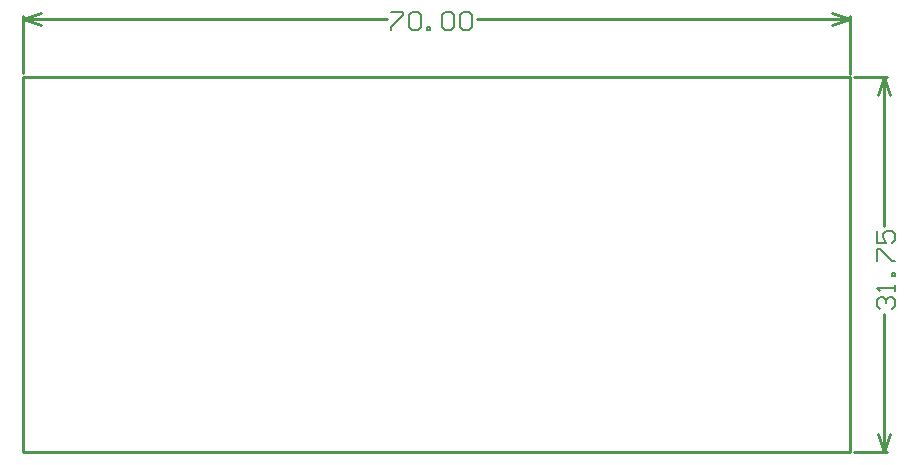
<source format=gm1>
G04*
G04 #@! TF.GenerationSoftware,Altium Limited,Altium Designer,24.9.1 (31)*
G04*
G04 Layer_Color=16711935*
%FSLAX25Y25*%
%MOIN*%
G70*
G04*
G04 #@! TF.SameCoordinates,6CE62DF4-74A3-4477-B2B1-5A016BC00F72*
G04*
G04*
G04 #@! TF.FilePolarity,Positive*
G04*
G01*
G75*
%ADD58C,0.01000*%
%ADD62C,0.00600*%
D58*
X0Y0D02*
X275513D01*
Y30857D01*
Y93357D02*
Y124992D01*
X0Y125002D02*
X275513D01*
X275478Y30892D02*
Y93322D01*
X0Y0D02*
Y125002D01*
Y144488D02*
X6000Y146488D01*
X0Y144488D02*
X6000Y142488D01*
X269590D02*
X275590Y144488D01*
X269590Y146488D02*
X275590Y144488D01*
X0D02*
X121100D01*
X151291D02*
X275590D01*
X0Y126502D02*
Y145488D01*
X275590Y125984D02*
Y145488D01*
X285008Y6000D02*
X287008Y0D01*
X289008Y6000D01*
X287008Y124992D02*
X289008Y118992D01*
X285008D02*
X287008Y124992D01*
Y0D02*
Y46300D01*
Y75492D02*
Y124992D01*
X277013Y0D02*
X288008D01*
X277013Y124992D02*
X288008D01*
D62*
X122700Y146887D02*
X126698D01*
Y145887D01*
X122700Y141889D01*
Y140889D01*
X128698Y145887D02*
X129697Y146887D01*
X131697D01*
X132696Y145887D01*
Y141889D01*
X131697Y140889D01*
X129697D01*
X128698Y141889D01*
Y145887D01*
X134696Y140889D02*
Y141889D01*
X135695D01*
Y140889D01*
X134696D01*
X139694Y145887D02*
X140694Y146887D01*
X142693D01*
X143693Y145887D01*
Y141889D01*
X142693Y140889D01*
X140694D01*
X139694Y141889D01*
Y145887D01*
X145692D02*
X146692Y146887D01*
X148691D01*
X149691Y145887D01*
Y141889D01*
X148691Y140889D01*
X146692D01*
X145692Y141889D01*
Y145887D01*
X285609Y47900D02*
X284609Y48900D01*
Y50899D01*
X285609Y51899D01*
X286608D01*
X287608Y50899D01*
Y49900D01*
Y50899D01*
X288608Y51899D01*
X289607D01*
X290607Y50899D01*
Y48900D01*
X289607Y47900D01*
X290607Y53898D02*
Y55898D01*
Y54898D01*
X284609D01*
X285609Y53898D01*
X290607Y58897D02*
X289607D01*
Y59896D01*
X290607D01*
Y58897D01*
X284609Y63895D02*
Y67894D01*
X285609D01*
X289607Y63895D01*
X290607D01*
X284609Y73892D02*
Y69893D01*
X287608D01*
X286608Y71892D01*
Y72892D01*
X287608Y73892D01*
X289607D01*
X290607Y72892D01*
Y70893D01*
X289607Y69893D01*
M02*

</source>
